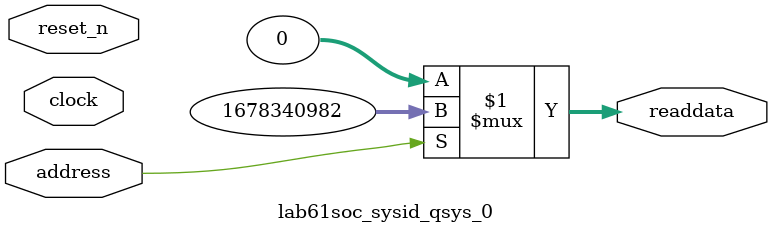
<source format=v>



// synthesis translate_off
`timescale 1ns / 1ps
// synthesis translate_on

// turn off superfluous verilog processor warnings 
// altera message_level Level1 
// altera message_off 10034 10035 10036 10037 10230 10240 10030 

module lab61soc_sysid_qsys_0 (
               // inputs:
                address,
                clock,
                reset_n,

               // outputs:
                readdata
             )
;

  output  [ 31: 0] readdata;
  input            address;
  input            clock;
  input            reset_n;

  wire    [ 31: 0] readdata;
  //control_slave, which is an e_avalon_slave
  assign readdata = address ? 1678340982 : 0;

endmodule



</source>
